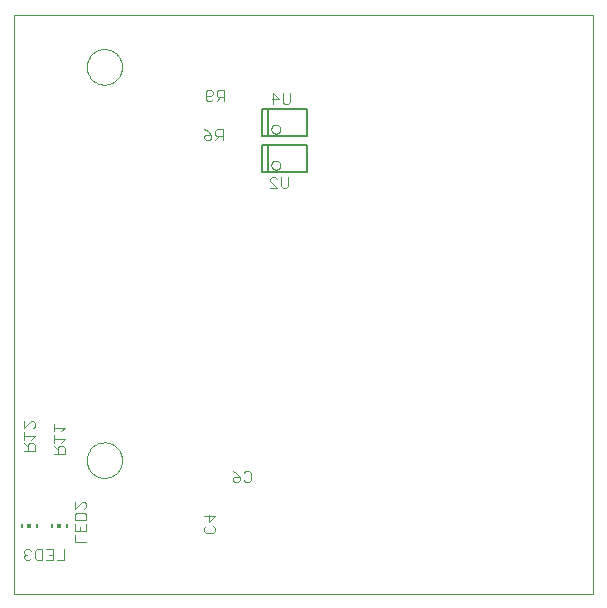
<source format=gbo>
G75*
%MOIN*%
%OFA0B0*%
%FSLAX24Y24*%
%IPPOS*%
%LPD*%
%AMOC8*
5,1,8,0,0,1.08239X$1,22.5*
%
%ADD10C,0.0000*%
%ADD11C,0.0030*%
%ADD12R,0.0059X0.0118*%
%ADD13R,0.0118X0.0118*%
%ADD14C,0.0080*%
%ADD15C,0.0040*%
D10*
X004062Y003000D02*
X004062Y022292D01*
X023353Y022292D01*
X023353Y003000D01*
X004062Y003000D01*
X006471Y007445D02*
X006473Y007493D01*
X006479Y007541D01*
X006489Y007588D01*
X006502Y007634D01*
X006520Y007679D01*
X006540Y007723D01*
X006565Y007765D01*
X006593Y007804D01*
X006623Y007841D01*
X006657Y007875D01*
X006694Y007907D01*
X006732Y007936D01*
X006773Y007961D01*
X006816Y007983D01*
X006861Y008001D01*
X006907Y008015D01*
X006954Y008026D01*
X007002Y008033D01*
X007050Y008036D01*
X007098Y008035D01*
X007146Y008030D01*
X007194Y008021D01*
X007240Y008009D01*
X007285Y007992D01*
X007329Y007972D01*
X007371Y007949D01*
X007411Y007922D01*
X007449Y007892D01*
X007484Y007859D01*
X007516Y007823D01*
X007546Y007785D01*
X007572Y007744D01*
X007594Y007701D01*
X007614Y007657D01*
X007629Y007612D01*
X007641Y007565D01*
X007649Y007517D01*
X007653Y007469D01*
X007653Y007421D01*
X007649Y007373D01*
X007641Y007325D01*
X007629Y007278D01*
X007614Y007233D01*
X007594Y007189D01*
X007572Y007146D01*
X007546Y007105D01*
X007516Y007067D01*
X007484Y007031D01*
X007449Y006998D01*
X007411Y006968D01*
X007371Y006941D01*
X007329Y006918D01*
X007285Y006898D01*
X007240Y006881D01*
X007194Y006869D01*
X007146Y006860D01*
X007098Y006855D01*
X007050Y006854D01*
X007002Y006857D01*
X006954Y006864D01*
X006907Y006875D01*
X006861Y006889D01*
X006816Y006907D01*
X006773Y006929D01*
X006732Y006954D01*
X006694Y006983D01*
X006657Y007015D01*
X006623Y007049D01*
X006593Y007086D01*
X006565Y007125D01*
X006540Y007167D01*
X006520Y007211D01*
X006502Y007256D01*
X006489Y007302D01*
X006479Y007349D01*
X006473Y007397D01*
X006471Y007445D01*
X006471Y020555D02*
X006473Y020603D01*
X006479Y020651D01*
X006489Y020698D01*
X006502Y020744D01*
X006520Y020789D01*
X006540Y020833D01*
X006565Y020875D01*
X006593Y020914D01*
X006623Y020951D01*
X006657Y020985D01*
X006694Y021017D01*
X006732Y021046D01*
X006773Y021071D01*
X006816Y021093D01*
X006861Y021111D01*
X006907Y021125D01*
X006954Y021136D01*
X007002Y021143D01*
X007050Y021146D01*
X007098Y021145D01*
X007146Y021140D01*
X007194Y021131D01*
X007240Y021119D01*
X007285Y021102D01*
X007329Y021082D01*
X007371Y021059D01*
X007411Y021032D01*
X007449Y021002D01*
X007484Y020969D01*
X007516Y020933D01*
X007546Y020895D01*
X007572Y020854D01*
X007594Y020811D01*
X007614Y020767D01*
X007629Y020722D01*
X007641Y020675D01*
X007649Y020627D01*
X007653Y020579D01*
X007653Y020531D01*
X007649Y020483D01*
X007641Y020435D01*
X007629Y020388D01*
X007614Y020343D01*
X007594Y020299D01*
X007572Y020256D01*
X007546Y020215D01*
X007516Y020177D01*
X007484Y020141D01*
X007449Y020108D01*
X007411Y020078D01*
X007371Y020051D01*
X007329Y020028D01*
X007285Y020008D01*
X007240Y019991D01*
X007194Y019979D01*
X007146Y019970D01*
X007098Y019965D01*
X007050Y019964D01*
X007002Y019967D01*
X006954Y019974D01*
X006907Y019985D01*
X006861Y019999D01*
X006816Y020017D01*
X006773Y020039D01*
X006732Y020064D01*
X006694Y020093D01*
X006657Y020125D01*
X006623Y020159D01*
X006593Y020196D01*
X006565Y020235D01*
X006540Y020277D01*
X006520Y020321D01*
X006502Y020366D01*
X006489Y020412D01*
X006479Y020459D01*
X006473Y020507D01*
X006471Y020555D01*
D11*
X010432Y019724D02*
X010432Y019477D01*
X010493Y019415D01*
X010617Y019415D01*
X010679Y019477D01*
X010800Y019415D02*
X010923Y019539D01*
X010862Y019539D02*
X011047Y019539D01*
X011047Y019415D02*
X011047Y019786D01*
X010862Y019786D01*
X010800Y019724D01*
X010800Y019600D01*
X010862Y019539D01*
X010679Y019662D02*
X010617Y019600D01*
X010432Y019600D01*
X010432Y019724D02*
X010493Y019786D01*
X010617Y019786D01*
X010679Y019724D01*
X010679Y019662D01*
X010812Y018486D02*
X010750Y018424D01*
X010750Y018300D01*
X010812Y018239D01*
X010997Y018239D01*
X010873Y018239D02*
X010750Y018115D01*
X010629Y018177D02*
X010567Y018115D01*
X010443Y018115D01*
X010382Y018177D01*
X010382Y018239D01*
X010443Y018300D01*
X010629Y018300D01*
X010629Y018177D01*
X010629Y018300D02*
X010505Y018424D01*
X010382Y018486D01*
X010812Y018486D02*
X010997Y018486D01*
X010997Y018115D01*
X012568Y016824D02*
X012630Y016886D01*
X012753Y016886D01*
X012815Y016824D01*
X012937Y016886D02*
X012937Y016577D01*
X012998Y016515D01*
X013122Y016515D01*
X013184Y016577D01*
X013184Y016886D01*
X012815Y016515D02*
X012568Y016762D01*
X012568Y016824D01*
X012568Y016515D02*
X012815Y016515D01*
X012693Y019315D02*
X012693Y019686D01*
X012879Y019500D01*
X012632Y019500D01*
X013000Y019377D02*
X013062Y019315D01*
X013185Y019315D01*
X013247Y019377D01*
X013247Y019686D01*
X013000Y019686D02*
X013000Y019377D01*
X005377Y008649D02*
X005377Y008402D01*
X005377Y008280D02*
X005377Y008034D01*
X005377Y007912D02*
X005500Y007789D01*
X005500Y007850D02*
X005500Y007665D01*
X005377Y007665D02*
X005747Y007665D01*
X005747Y007850D01*
X005685Y007912D01*
X005562Y007912D01*
X005500Y007850D01*
X005624Y008034D02*
X005747Y008157D01*
X005377Y008157D01*
X005624Y008402D02*
X005747Y008525D01*
X005377Y008525D01*
X004747Y008564D02*
X004685Y008502D01*
X004747Y008564D02*
X004747Y008687D01*
X004685Y008749D01*
X004624Y008749D01*
X004377Y008502D01*
X004377Y008749D01*
X004377Y008380D02*
X004377Y008134D01*
X004377Y008012D02*
X004500Y007889D01*
X004500Y007950D02*
X004500Y007765D01*
X004377Y007765D02*
X004747Y007765D01*
X004747Y007950D01*
X004685Y008012D01*
X004562Y008012D01*
X004500Y007950D01*
X004624Y008134D02*
X004747Y008257D01*
X004377Y008257D01*
X006077Y006067D02*
X006077Y005820D01*
X006324Y006067D01*
X006385Y006067D01*
X006447Y006005D01*
X006447Y005882D01*
X006385Y005820D01*
X006385Y005699D02*
X006447Y005637D01*
X006447Y005452D01*
X006077Y005452D01*
X006077Y005637D01*
X006139Y005699D01*
X006385Y005699D01*
X006447Y005330D02*
X006447Y005084D01*
X006077Y005084D01*
X006077Y005330D01*
X006262Y005207D02*
X006262Y005084D01*
X006077Y004962D02*
X006077Y004715D01*
X006447Y004715D01*
X005720Y004486D02*
X005720Y004115D01*
X005473Y004115D01*
X005352Y004115D02*
X005352Y004486D01*
X005105Y004486D01*
X004984Y004486D02*
X004798Y004486D01*
X004737Y004424D01*
X004737Y004177D01*
X004798Y004115D01*
X004984Y004115D01*
X004984Y004486D01*
X005228Y004300D02*
X005352Y004300D01*
X005352Y004115D02*
X005105Y004115D01*
X004615Y004177D02*
X004553Y004115D01*
X004430Y004115D01*
X004368Y004177D01*
X004368Y004239D01*
X004430Y004300D01*
X004492Y004300D01*
X004430Y004300D02*
X004368Y004362D01*
X004368Y004424D01*
X004430Y004486D01*
X004553Y004486D01*
X004615Y004424D01*
X010377Y005077D02*
X010377Y005200D01*
X010439Y005262D01*
X010562Y005384D02*
X010562Y005630D01*
X010377Y005569D02*
X010747Y005569D01*
X010562Y005384D01*
X010685Y005262D02*
X010747Y005200D01*
X010747Y005077D01*
X010685Y005015D01*
X010439Y005015D01*
X010377Y005077D01*
X011393Y006715D02*
X011332Y006777D01*
X011332Y006839D01*
X011393Y006900D01*
X011579Y006900D01*
X011579Y006777D01*
X011517Y006715D01*
X011393Y006715D01*
X011579Y006900D02*
X011455Y007024D01*
X011332Y007086D01*
X011700Y007024D02*
X011762Y007086D01*
X011885Y007086D01*
X011947Y007024D01*
X011947Y006777D01*
X011885Y006715D01*
X011762Y006715D01*
X011700Y006777D01*
D12*
X005798Y005241D03*
X005326Y005241D03*
X004798Y005241D03*
X004326Y005241D03*
D13*
X004562Y005241D03*
X005562Y005241D03*
D14*
X012320Y017040D02*
X012320Y017960D01*
X013804Y017960D01*
X013804Y017040D01*
X012526Y017040D01*
X012320Y017040D01*
X012526Y017040D02*
X012526Y017950D01*
X012526Y018240D02*
X012320Y018240D01*
X012320Y019160D01*
X013804Y019160D01*
X013804Y018240D01*
X012526Y018240D01*
X012526Y019150D01*
D15*
X012622Y018480D02*
X012624Y018504D01*
X012630Y018528D01*
X012639Y018550D01*
X012652Y018570D01*
X012668Y018588D01*
X012687Y018603D01*
X012708Y018616D01*
X012730Y018624D01*
X012754Y018629D01*
X012778Y018630D01*
X012802Y018627D01*
X012825Y018620D01*
X012847Y018610D01*
X012867Y018596D01*
X012884Y018579D01*
X012899Y018560D01*
X012910Y018539D01*
X012918Y018516D01*
X012922Y018492D01*
X012922Y018468D01*
X012918Y018444D01*
X012910Y018421D01*
X012899Y018400D01*
X012884Y018381D01*
X012867Y018364D01*
X012847Y018350D01*
X012825Y018340D01*
X012802Y018333D01*
X012778Y018330D01*
X012754Y018331D01*
X012730Y018336D01*
X012708Y018344D01*
X012687Y018357D01*
X012668Y018372D01*
X012652Y018390D01*
X012639Y018410D01*
X012630Y018432D01*
X012624Y018456D01*
X012622Y018480D01*
X012622Y017280D02*
X012624Y017304D01*
X012630Y017328D01*
X012639Y017350D01*
X012652Y017370D01*
X012668Y017388D01*
X012687Y017403D01*
X012708Y017416D01*
X012730Y017424D01*
X012754Y017429D01*
X012778Y017430D01*
X012802Y017427D01*
X012825Y017420D01*
X012847Y017410D01*
X012867Y017396D01*
X012884Y017379D01*
X012899Y017360D01*
X012910Y017339D01*
X012918Y017316D01*
X012922Y017292D01*
X012922Y017268D01*
X012918Y017244D01*
X012910Y017221D01*
X012899Y017200D01*
X012884Y017181D01*
X012867Y017164D01*
X012847Y017150D01*
X012825Y017140D01*
X012802Y017133D01*
X012778Y017130D01*
X012754Y017131D01*
X012730Y017136D01*
X012708Y017144D01*
X012687Y017157D01*
X012668Y017172D01*
X012652Y017190D01*
X012639Y017210D01*
X012630Y017232D01*
X012624Y017256D01*
X012622Y017280D01*
M02*

</source>
